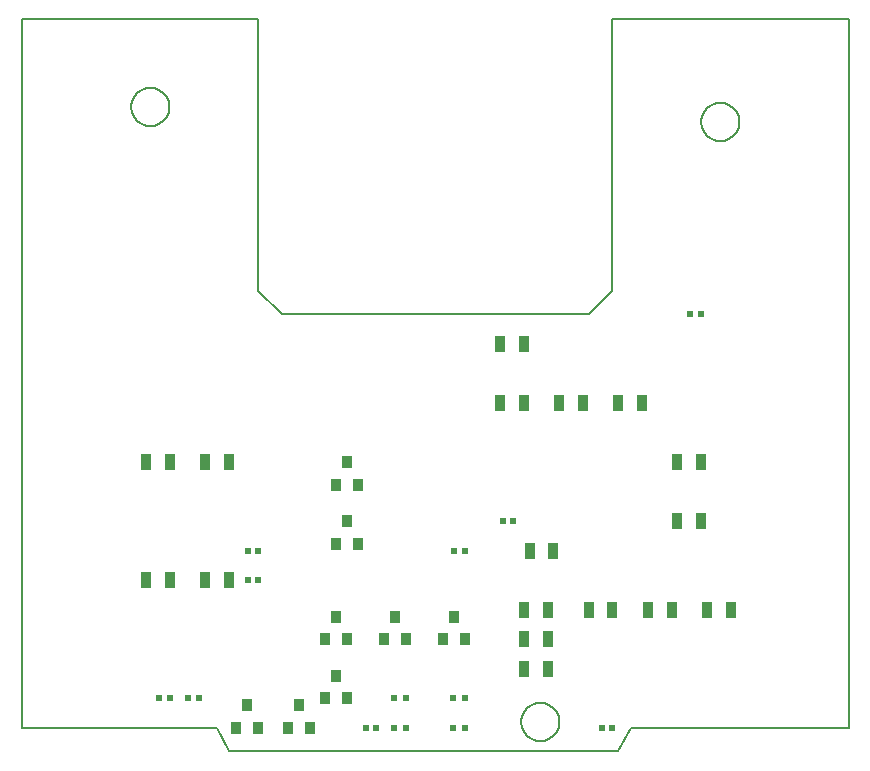
<source format=gbr>
G04 PROTEUS GERBER X2 FILE*
%TF.GenerationSoftware,Labcenter,Proteus,8.12-SP0-Build30713*%
%TF.CreationDate,2021-08-02T00:20:26+00:00*%
%TF.FileFunction,Paste,Bot*%
%TF.FilePolarity,Positive*%
%TF.Part,Single*%
%TF.SameCoordinates,{4cff7d1c-7656-49df-93de-6e2fb68f4e0e}*%
%FSLAX45Y45*%
%MOMM*%
G01*
%TA.AperFunction,Material*%
%ADD47R,0.939800X1.447800*%
%TA.AperFunction,Material*%
%ADD48R,0.889000X1.016000*%
%TA.AperFunction,Material*%
%ADD49R,0.609600X0.609600*%
%ADD50R,0.558800X0.609600*%
%TA.AperFunction,Profile*%
%ADD21C,0.203200*%
%TD.AperFunction*%
D47*
X+4450000Y+1000000D03*
X+4250000Y+1000000D03*
X+4450000Y+750000D03*
X+4250000Y+750000D03*
X+4450000Y+500000D03*
X+4250000Y+500000D03*
X+4750000Y+2750000D03*
X+4550000Y+2750000D03*
X+5250000Y+2750000D03*
X+5050000Y+2750000D03*
X+4250000Y+3250000D03*
X+4050000Y+3250000D03*
X+4250000Y+2750000D03*
X+4050000Y+2750000D03*
X+1250000Y+2250000D03*
X+1050000Y+2250000D03*
X+1750000Y+2250000D03*
X+1550000Y+2250000D03*
X+1250000Y+1250000D03*
X+1050000Y+1250000D03*
X+1750000Y+1250000D03*
X+1550000Y+1250000D03*
D48*
X+2750000Y+2250000D03*
X+2843980Y+2059500D03*
X+2656020Y+2059500D03*
X+2750000Y+1750000D03*
X+2843980Y+1559500D03*
X+2656020Y+1559500D03*
X+1906020Y+190500D03*
X+2000000Y+0D03*
X+1812040Y+0D03*
X+2343980Y+190500D03*
X+2437960Y+0D03*
X+2250000Y+0D03*
D49*
X+5000000Y+0D03*
X+4910000Y+0D03*
X+2000000Y+1500000D03*
X+1910000Y+1500000D03*
X+2000000Y+1250000D03*
X+1910000Y+1250000D03*
X+1500000Y+250000D03*
X+1410000Y+250000D03*
X+1250000Y+250000D03*
X+1160000Y+250000D03*
D47*
X+5750000Y+2250000D03*
X+5550000Y+2250000D03*
X+5750000Y+1750000D03*
X+5550000Y+1750000D03*
X+5000000Y+1000000D03*
X+4800000Y+1000000D03*
X+5500000Y+1000000D03*
X+5300000Y+1000000D03*
X+6000000Y+1000000D03*
X+5800000Y+1000000D03*
D49*
X+4160000Y+1750000D03*
X+4070000Y+1750000D03*
X+5750000Y+3500000D03*
X+5660000Y+3500000D03*
D48*
X+2656020Y+940500D03*
X+2750000Y+750000D03*
X+2562040Y+750000D03*
X+3156020Y+940500D03*
X+3250000Y+750000D03*
X+3062040Y+750000D03*
X+3656020Y+940500D03*
X+3750000Y+750000D03*
X+3562040Y+750000D03*
X+2656020Y+440500D03*
X+2750000Y+250000D03*
X+2562040Y+250000D03*
D47*
X+4500000Y+1500000D03*
X+4300000Y+1500000D03*
D50*
X+3250000Y+250000D03*
X+3150000Y+250000D03*
X+3750000Y+250000D03*
X+3650000Y+250000D03*
X+3250000Y+0D03*
X+3150000Y+0D03*
X+3750000Y+0D03*
X+3650000Y+0D03*
D49*
X+3000000Y+0D03*
X+2910000Y+0D03*
X+3750000Y+1500000D03*
X+3660000Y+1500000D03*
D21*
X+0Y+0D02*
X+1650000Y+0D01*
X+7000000Y+0D02*
X+7000000Y+6000000D01*
X+5000000Y+6000000D01*
X+5000000Y+3700000D01*
X+4800000Y+3500000D01*
X+2200000Y+3500000D01*
X+2000000Y+3700000D02*
X+2000000Y+6000000D01*
X+0Y+6000000D01*
X+0Y+0D01*
X+2000000Y+3700000D02*
X+2200000Y+3500000D01*
X+5160000Y+0D02*
X+7000000Y+0D01*
X+1750000Y-200000D02*
X+5050000Y-200000D01*
X+1650000Y+0D02*
X+1750000Y-200000D01*
X+5160000Y+0D02*
X+5050000Y-200000D01*
X+4550045Y+50000D02*
X+4549508Y+63142D01*
X+4545144Y+89427D01*
X+4536029Y+115712D01*
X+4521182Y+141997D01*
X+4498470Y+168118D01*
X+4472185Y+187898D01*
X+4445900Y+200658D01*
X+4419615Y+208108D01*
X+4393330Y+210987D01*
X+4389000Y+211045D01*
X+4227955Y+50000D02*
X+4228492Y+63142D01*
X+4232856Y+89427D01*
X+4241971Y+115712D01*
X+4256818Y+141997D01*
X+4279530Y+168118D01*
X+4305815Y+187898D01*
X+4332100Y+200658D01*
X+4358385Y+208108D01*
X+4384670Y+210987D01*
X+4389000Y+211045D01*
X+4227955Y+50000D02*
X+4228492Y+36858D01*
X+4232856Y+10573D01*
X+4241971Y-15712D01*
X+4256818Y-41997D01*
X+4279530Y-68118D01*
X+4305815Y-87898D01*
X+4332100Y-100658D01*
X+4358385Y-108108D01*
X+4384670Y-110987D01*
X+4389000Y-111045D01*
X+4550045Y+50000D02*
X+4549508Y+36858D01*
X+4545144Y+10573D01*
X+4536029Y-15712D01*
X+4521182Y-41997D01*
X+4498470Y-68118D01*
X+4472185Y-87898D01*
X+4445900Y-100658D01*
X+4419615Y-108108D01*
X+4393330Y-110987D01*
X+4389000Y-111045D01*
X+6074045Y+5130000D02*
X+6073508Y+5143142D01*
X+6069144Y+5169427D01*
X+6060029Y+5195712D01*
X+6045182Y+5221997D01*
X+6022470Y+5248118D01*
X+5996185Y+5267898D01*
X+5969900Y+5280658D01*
X+5943615Y+5288108D01*
X+5917330Y+5290987D01*
X+5913000Y+5291045D01*
X+5751955Y+5130000D02*
X+5752492Y+5143142D01*
X+5756856Y+5169427D01*
X+5765971Y+5195712D01*
X+5780818Y+5221997D01*
X+5803530Y+5248118D01*
X+5829815Y+5267898D01*
X+5856100Y+5280658D01*
X+5882385Y+5288108D01*
X+5908670Y+5290987D01*
X+5913000Y+5291045D01*
X+5751955Y+5130000D02*
X+5752492Y+5116858D01*
X+5756856Y+5090573D01*
X+5765971Y+5064288D01*
X+5780818Y+5038003D01*
X+5803530Y+5011882D01*
X+5829815Y+4992102D01*
X+5856100Y+4979342D01*
X+5882385Y+4971892D01*
X+5908670Y+4969013D01*
X+5913000Y+4968955D01*
X+6074045Y+5130000D02*
X+6073508Y+5116858D01*
X+6069144Y+5090573D01*
X+6060029Y+5064288D01*
X+6045182Y+5038003D01*
X+6022470Y+5011882D01*
X+5996185Y+4992102D01*
X+5969900Y+4979342D01*
X+5943615Y+4971892D01*
X+5917330Y+4969013D01*
X+5913000Y+4968955D01*
X+1248045Y+5257000D02*
X+1247508Y+5270142D01*
X+1243144Y+5296427D01*
X+1234029Y+5322712D01*
X+1219182Y+5348997D01*
X+1196470Y+5375118D01*
X+1170185Y+5394898D01*
X+1143900Y+5407658D01*
X+1117615Y+5415108D01*
X+1091330Y+5417987D01*
X+1087000Y+5418045D01*
X+925955Y+5257000D02*
X+926492Y+5270142D01*
X+930856Y+5296427D01*
X+939971Y+5322712D01*
X+954818Y+5348997D01*
X+977530Y+5375118D01*
X+1003815Y+5394898D01*
X+1030100Y+5407658D01*
X+1056385Y+5415108D01*
X+1082670Y+5417987D01*
X+1087000Y+5418045D01*
X+925955Y+5257000D02*
X+926492Y+5243858D01*
X+930856Y+5217573D01*
X+939971Y+5191288D01*
X+954818Y+5165003D01*
X+977530Y+5138882D01*
X+1003815Y+5119102D01*
X+1030100Y+5106342D01*
X+1056385Y+5098892D01*
X+1082670Y+5096013D01*
X+1087000Y+5095955D01*
X+1248045Y+5257000D02*
X+1247508Y+5243858D01*
X+1243144Y+5217573D01*
X+1234029Y+5191288D01*
X+1219182Y+5165003D01*
X+1196470Y+5138882D01*
X+1170185Y+5119102D01*
X+1143900Y+5106342D01*
X+1117615Y+5098892D01*
X+1091330Y+5096013D01*
X+1087000Y+5095955D01*
M02*

</source>
